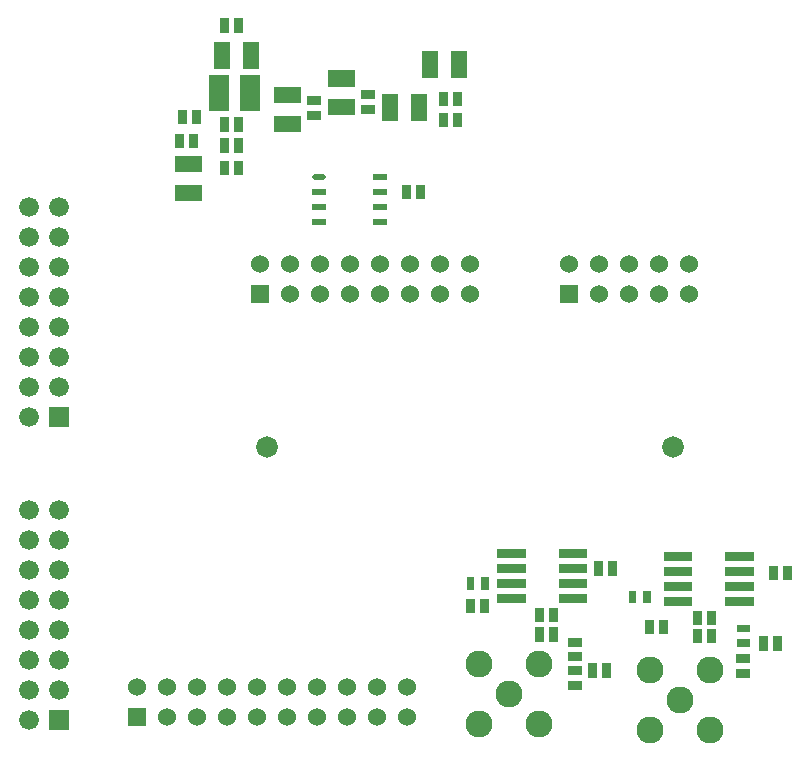
<source format=gbr>
G04 Title: TX Daughterboard, solder mask component side *
G04 Creator: pcb-bin 1.99q *
G04 CreationDate: Fri Feb 10 03:52:58 2006 UTC *
G04 For: matt *
G04 Format: Gerber/RS-274X *
G04 PCB-Dimensions: 275000 250000 *
G04 PCB-Coordinate-Origin: lower left *
%MOIN*%
%FSLAX24Y24*%
%IPPOS*%
%ADD11C,0.0250*%
%ADD12C,0.0080*%
%ADD13C,0.0100*%
%ADD14R,0.0240X0.0240*%
%ADD15R,0.0440X0.0440*%
%ADD16R,0.0300X0.0300*%
%ADD17C,0.0060*%
%ADD18R,0.0540X0.0540*%
%ADD19R,0.0480X0.0480*%
%ADD20R,0.0680X0.0680*%
%ADD21C,0.0720*%
%ADD22C,0.0920X0.0720*%
%ADD23C,0.0920*%
%ADD24C,0.0240*%
%ADD25C,0.0340*%
%ADD26R,0.0200X0.0200*%
%ADD27R,0.0600X0.0600*%
%ADD28R,0.0660X0.0660*%
%ADD29R,0.0900X0.0900X0.0600X0.0600*%
%ADD30R,0.0900X0.0900*%
%ADD31C,0.0600*%
%ADD32C,0.0660*%
%AMTHERM1*7,0,0,0.0900,0.0600,0.0100,45*%
%ADD33THERM1*%
%ADD34C,0.0900X0.0600*%
%ADD35C,0.0900*%
%ADD36C,0.0200*%
%ADD37C,0.1200X0.0900*%
%ADD38C,0.1200*%
%ADD39C,0.0150*%
%AMTHERM2*7,0,0,0.1200,0.0900,0.0150,45*%
%ADD40THERM2*%
%ADD41C,0.0500*%
%ADD42R,0.0500X0.0500*%
%ADD43C,0.1320*%
%ADD44C,0.1520*%
%ADD45C,0.1520X0.1320*%
%ADD46C,0.0400*%
%ADD47C,0.0600X0.0400*%
%AMTHERM3*7,0,0,0.0600,0.0400,0.0100,45*%
%ADD48THERM3*%
%ADD49C,0.0800*%
%ADD50C,0.0800X0.0600*%
%ADD51C,0.0125*%
%AMTHERM4*7,0,0,0.0800,0.0600,0.0125,45*%
%ADD52THERM4*%
%ADD53C,0.0160*%
%AMTHERM5*7,0,0,0.0800,0.0600,0.0160,45*%
%ADD54THERM5*%
%ADD55C,0.0360*%
%ADD56C,0.0560*%
%ADD57C,0.0560X0.0360*%
%LNGROUP_3*%
%LPD*%
G01X0Y0D02*
G54D16*X19010Y2360D02*X19190D01*
X19010Y2840D02*X19190D01*
X24610Y2760D02*X24790D01*
X24610Y3240D02*X24790D01*
X17910Y4140D02*Y3960D01*
X18390Y4140D02*Y3960D01*
X23160Y4090D02*Y3910D01*
X23640Y4090D02*Y3910D01*
X19660Y2940D02*Y2760D01*
X20140Y2940D02*Y2760D01*
X25360Y3840D02*Y3660D01*
X25840Y3840D02*Y3660D01*
G54D18*X6020Y19730D02*X6380D01*
X6020Y18770D02*X6380D01*
G54D16*X5910Y20590D02*Y20410D01*
X6390Y20590D02*Y20410D01*
X22040Y4390D02*Y4210D01*
X21560Y4390D02*Y4210D01*
X16090Y5090D02*Y4910D01*
X15610Y5090D02*Y4910D01*
X10310Y21840D02*X10490D01*
X10310Y21360D02*X10490D01*
X12110Y22040D02*X12290D01*
X12110Y21560D02*X12290D01*
X16650Y6750D02*X17300D01*
X16650Y6250D02*X17300D01*
X16650Y5750D02*X17300D01*
X16650Y5250D02*X17300D01*
X18700D02*X19350D01*
X18700Y5750D02*X19350D01*
X18700Y6250D02*X19350D01*
X18700Y6750D02*X19350D01*
X22200Y6650D02*X22850D01*
X22200Y6150D02*X22850D01*
X22200Y5650D02*X22850D01*
X22200Y5150D02*X22850D01*
X24250D02*X24900D01*
X24250Y5650D02*X24900D01*
X24250Y6150D02*X24900D01*
X24250Y6650D02*X24900D01*
G54D18*X9320Y22030D02*X9680D01*
X9320Y21070D02*X9680D01*
X8280Y23530D02*Y23170D01*
X7320Y23530D02*Y23170D01*
G54D16*X26190Y6190D02*Y6010D01*
X25710Y6190D02*Y6010D01*
X14710Y21990D02*Y21810D01*
X15190Y21990D02*Y21810D01*
X20340Y6340D02*Y6160D01*
X19860Y6340D02*Y6160D01*
G54D18*X14270Y23230D02*Y22870D01*
X15230Y23230D02*Y22870D01*
G54D16*X14710Y21290D02*Y21110D01*
X15190Y21290D02*Y21110D01*
X7890Y20440D02*Y20260D01*
X7410Y20440D02*Y20260D01*
G54D18*X11120Y21620D02*X11480D01*
X11120Y22580D02*X11480D01*
G54D16*X6010Y21390D02*Y21210D01*
X6490Y21390D02*Y21210D01*
X7890Y24440D02*Y24260D01*
X7410Y24440D02*Y24260D01*
X18390Y4790D02*Y4610D01*
X17910Y4790D02*Y4610D01*
X23640Y4690D02*Y4510D01*
X23160Y4690D02*Y4510D01*
X7890Y19690D02*Y19510D01*
X7410Y19690D02*Y19510D01*
X19010Y3310D02*X19190D01*
X19010Y3790D02*X19190D01*
X7410Y21140D02*Y20960D01*
X7890Y21140D02*Y20960D01*
G54D15*X7115Y22470D02*X7355D01*
X7115Y22100D02*X7355D01*
X7115Y21730D02*X7355D01*
X8145D02*X8385D01*
X8145Y22100D02*X8385D01*
X8145Y22470D02*X8385D01*
G54D14*X24610Y3760D02*X24790D01*
X24610Y4240D02*X24790D01*
X21490Y5390D02*Y5210D01*
X21010Y5390D02*Y5210D01*
X16090Y5840D02*Y5660D01*
X15610Y5840D02*Y5660D01*
G54D18*X12920Y21780D02*Y21420D01*
X13880Y21780D02*Y21420D01*
G54D16*X13940Y18890D02*Y18710D01*
X13460Y18890D02*Y18710D01*
G54D36*X10410Y19300D02*X10690D01*
G54D26*X10410Y18800D02*X10690D01*
X10410Y18300D02*X10690D01*
X10410Y17800D02*X10690D01*
X12450D02*X12730D01*
X12450Y18300D02*X12730D01*
X12450Y18800D02*X12730D01*
X12450Y19300D02*X12730D01*
G54D21*X8830Y10300D03*
X22373D03*
G54D28*X1900Y1200D03*
G54D32*X900D03*
X1900Y2200D03*
X900D03*
X1900Y3200D03*
X900D03*
X1900Y4200D03*
X900D03*
X1900Y5200D03*
X900D03*
X1900Y6200D03*
X900D03*
X1900Y7200D03*
X900D03*
X1900Y8200D03*
X900D03*
G54D27*X4500Y1300D03*
G54D31*Y2300D03*
X5500Y1300D03*
Y2300D03*
X6500Y1300D03*
Y2300D03*
X7500Y1300D03*
Y2300D03*
X8500Y1300D03*
Y2300D03*
X9500Y1300D03*
Y2300D03*
X10500Y1300D03*
Y2300D03*
X11500Y1300D03*
Y2300D03*
X12500Y1300D03*
Y2300D03*
X13500Y1300D03*
Y2300D03*
G54D27*X18900Y15400D03*
G54D31*Y16400D03*
X19900Y15400D03*
Y16400D03*
X20900Y15400D03*
Y16400D03*
X21900Y15400D03*
Y16400D03*
X22900Y15400D03*
Y16400D03*
G54D35*X22600Y1850D03*
X21600Y850D03*
Y2850D03*
X23600Y850D03*
Y2850D03*
G54D27*X8600Y15400D03*
G54D31*Y16400D03*
X9600Y15400D03*
Y16400D03*
X10600Y15400D03*
Y16400D03*
X11600Y15400D03*
Y16400D03*
X12600Y15400D03*
Y16400D03*
X13600Y15400D03*
Y16400D03*
X14600Y15400D03*
Y16400D03*
X15600Y15400D03*
Y16400D03*
G54D35*X16900Y2050D03*
X15900Y1050D03*
Y3050D03*
X17900Y1050D03*
Y3050D03*
G54D28*X1900Y11300D03*
G54D32*X900D03*
X1900Y12300D03*
X900D03*
X1900Y13300D03*
X900D03*
X1900Y14300D03*
X900D03*
X1900Y15300D03*
X900D03*
X1900Y16300D03*
X900D03*
X1900Y17300D03*
X900D03*
X1900Y18300D03*
X900D03*
M02*

</source>
